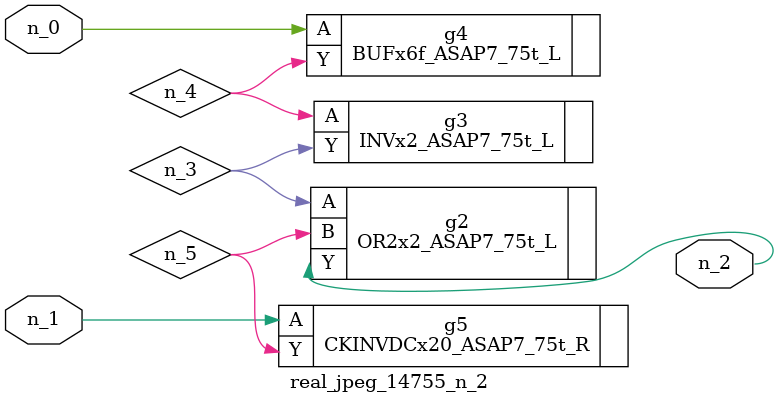
<source format=v>
module real_jpeg_14755_n_2 (n_1, n_0, n_2);

input n_1;
input n_0;

output n_2;

wire n_5;
wire n_4;
wire n_3;

BUFx6f_ASAP7_75t_L g4 ( 
.A(n_0),
.Y(n_4)
);

CKINVDCx20_ASAP7_75t_R g5 ( 
.A(n_1),
.Y(n_5)
);

OR2x2_ASAP7_75t_L g2 ( 
.A(n_3),
.B(n_5),
.Y(n_2)
);

INVx2_ASAP7_75t_L g3 ( 
.A(n_4),
.Y(n_3)
);


endmodule
</source>
